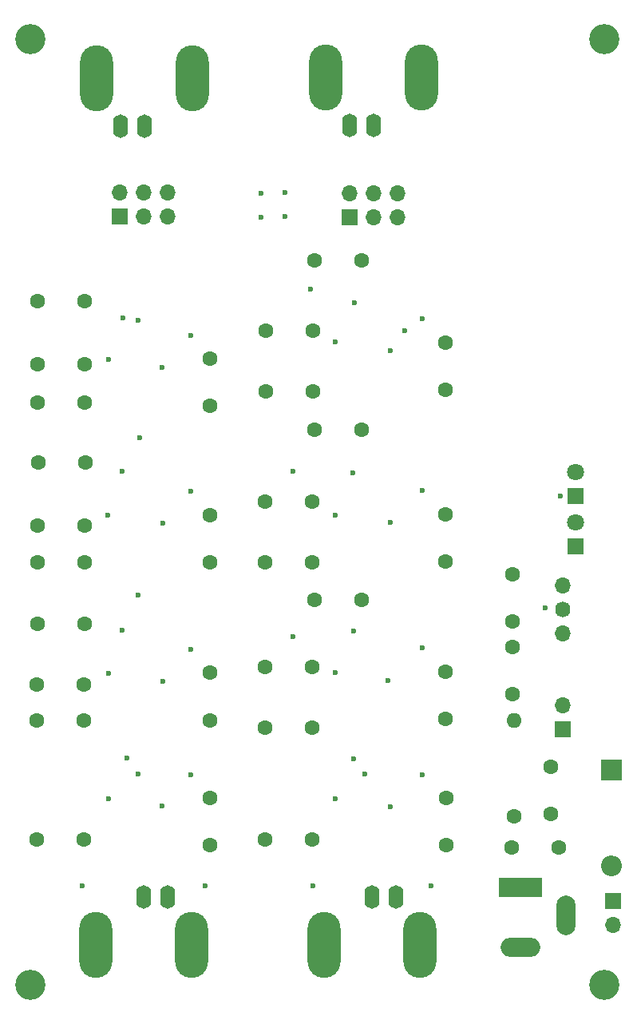
<source format=gbs>
G04 #@! TF.GenerationSoftware,KiCad,Pcbnew,8.0.3*
G04 #@! TF.CreationDate,2025-08-16T11:06:09+02:00*
G04 #@! TF.ProjectId,Pomiar_Filtrow_PCB,506f6d69-6172-45f4-9669-6c74726f775f,rev?*
G04 #@! TF.SameCoordinates,Original*
G04 #@! TF.FileFunction,Soldermask,Bot*
G04 #@! TF.FilePolarity,Negative*
%FSLAX46Y46*%
G04 Gerber Fmt 4.6, Leading zero omitted, Abs format (unit mm)*
G04 Created by KiCad (PCBNEW 8.0.3) date 2025-08-16 11:06:09*
%MOMM*%
%LPD*%
G01*
G04 APERTURE LIST*
%ADD10R,2.200000X2.200000*%
%ADD11O,2.200000X2.200000*%
%ADD12C,1.600000*%
%ADD13O,1.600000X1.600000*%
%ADD14R,1.700000X1.700000*%
%ADD15O,1.700000X1.700000*%
%ADD16O,1.600000X2.500000*%
%ADD17O,3.500000X7.000000*%
%ADD18C,3.200000*%
%ADD19R,1.800000X1.800000*%
%ADD20C,1.800000*%
%ADD21O,1.600000X1.700000*%
%ADD22R,4.600000X2.000000*%
%ADD23O,4.200000X2.000000*%
%ADD24O,2.000000X4.200000*%
%ADD25C,0.600000*%
G04 APERTURE END LIST*
D10*
X152450000Y-138075000D03*
D11*
X152450000Y-148235000D03*
D12*
X134875000Y-132650000D03*
X134875000Y-127650000D03*
X142150000Y-143005000D03*
D13*
X142150000Y-132845000D03*
D12*
X141925000Y-117300000D03*
X141925000Y-122300000D03*
X134850000Y-97750000D03*
X134850000Y-92750000D03*
X115750000Y-97950000D03*
X120750000Y-97950000D03*
X141975000Y-125025000D03*
X141975000Y-130025000D03*
D14*
X100325000Y-79375000D03*
D15*
X100325000Y-76835000D03*
X102865000Y-79375000D03*
X102865000Y-76835000D03*
X105405000Y-79375000D03*
X105405000Y-76835000D03*
D12*
X125925000Y-84025000D03*
X120925000Y-84025000D03*
D16*
X127050000Y-151500000D03*
D17*
X132130000Y-156580000D03*
D16*
X129590000Y-151500000D03*
D17*
X121970000Y-156580000D03*
D14*
X152650000Y-151925000D03*
D15*
X152650000Y-154465000D03*
D12*
X91530000Y-122580000D03*
X96530000Y-122580000D03*
X120725000Y-109600000D03*
X115725000Y-109600000D03*
X146025000Y-142750000D03*
X146025000Y-137750000D03*
D18*
X90800000Y-160800000D03*
D12*
X109875000Y-146000000D03*
X109875000Y-141000000D03*
X96575000Y-95093885D03*
X91575000Y-95093885D03*
D18*
X151700000Y-60575000D03*
D16*
X127175000Y-69775000D03*
D17*
X122095000Y-64695000D03*
D16*
X124635000Y-69775000D03*
D17*
X132255000Y-64695000D03*
D12*
X125950000Y-102000000D03*
X120950000Y-102000000D03*
X109875000Y-116025000D03*
X109875000Y-111025000D03*
X91625000Y-105495000D03*
X96625000Y-105495000D03*
X109875000Y-99468885D03*
X109875000Y-94468885D03*
X120730000Y-127160000D03*
X115730000Y-127160000D03*
D19*
X148625000Y-114325000D03*
D20*
X148625000Y-111785000D03*
D12*
X115662500Y-145450000D03*
X120662500Y-145450000D03*
X134900000Y-146050000D03*
X134900000Y-141050000D03*
D18*
X151700000Y-160800000D03*
D12*
X91575000Y-88368885D03*
X96575000Y-88368885D03*
D16*
X102850000Y-151525000D03*
D17*
X107930000Y-156605000D03*
D16*
X105390000Y-151525000D03*
D17*
X97770000Y-156605000D03*
D12*
X134800000Y-115975000D03*
X134800000Y-110975000D03*
X146875000Y-146275000D03*
X141875000Y-146275000D03*
X91505000Y-132855000D03*
X96505000Y-132855000D03*
D14*
X124650000Y-79450000D03*
D15*
X124650000Y-76910000D03*
X127190000Y-79450000D03*
X127190000Y-76910000D03*
X129730000Y-79450000D03*
X129730000Y-76910000D03*
D12*
X120800000Y-91525000D03*
X115800000Y-91525000D03*
X115725000Y-116025000D03*
X120725000Y-116025000D03*
X109875000Y-132775000D03*
X109875000Y-127775000D03*
D16*
X102900000Y-69800000D03*
D17*
X97820000Y-64720000D03*
D16*
X100360000Y-69800000D03*
D17*
X107980000Y-64720000D03*
D18*
X90800000Y-60600000D03*
D12*
X96505000Y-129030000D03*
X91505000Y-129030000D03*
X91500000Y-145450000D03*
X96500000Y-145450000D03*
D14*
X147242500Y-133772500D03*
D15*
X147242500Y-131232500D03*
X147242500Y-123612500D03*
D21*
X147242500Y-121072500D03*
D15*
X147242500Y-118532500D03*
D12*
X91587500Y-116057500D03*
X96587500Y-116057500D03*
X96600000Y-112120000D03*
X91600000Y-112120000D03*
D22*
X142825000Y-150550000D03*
D23*
X142825000Y-156850000D03*
D24*
X147625000Y-153450000D03*
D12*
X125930000Y-120010000D03*
X120930000Y-120010000D03*
X115705000Y-133560000D03*
X120705000Y-133560000D03*
X91575000Y-99118885D03*
X96575000Y-99118885D03*
D19*
X148650000Y-109050000D03*
D20*
X148650000Y-106510000D03*
D25*
X145400000Y-120850000D03*
X109325000Y-150375000D03*
X96275000Y-150300000D03*
X133325000Y-150350000D03*
X120750000Y-150300000D03*
X117850000Y-76875000D03*
X115250000Y-76900000D03*
X117850000Y-79425000D03*
X115250000Y-79450000D03*
X107825000Y-92000000D03*
X107800000Y-125275000D03*
X132375000Y-90250000D03*
X132375000Y-108425000D03*
X107800000Y-138550000D03*
X132375000Y-125125000D03*
X132400000Y-138575000D03*
X107825000Y-108525000D03*
X104900000Y-128625000D03*
X100525000Y-106425000D03*
X104825000Y-111875000D03*
X147000000Y-109025000D03*
X129025000Y-93650000D03*
X101050000Y-136750000D03*
X129000000Y-111825000D03*
X125075000Y-123300000D03*
X128700000Y-128550000D03*
X104775000Y-141900000D03*
X125075000Y-136875000D03*
X125200000Y-88550000D03*
X100575000Y-123225000D03*
X128975000Y-141925000D03*
X125000000Y-106575000D03*
X100650000Y-90125000D03*
X104750000Y-95400000D03*
X99100000Y-94525000D03*
X99050000Y-111050000D03*
X99100000Y-127800000D03*
X123162500Y-92662500D03*
X123150000Y-127700000D03*
X123150000Y-111025000D03*
X99075000Y-141075000D03*
X123150000Y-141075000D03*
X126250000Y-138525000D03*
X130525000Y-91485000D03*
X118675000Y-106400000D03*
X120500000Y-87075000D03*
X118705000Y-123885000D03*
X102250000Y-90375000D03*
X102225000Y-119500000D03*
X102225000Y-138450000D03*
X102375000Y-102820000D03*
M02*

</source>
